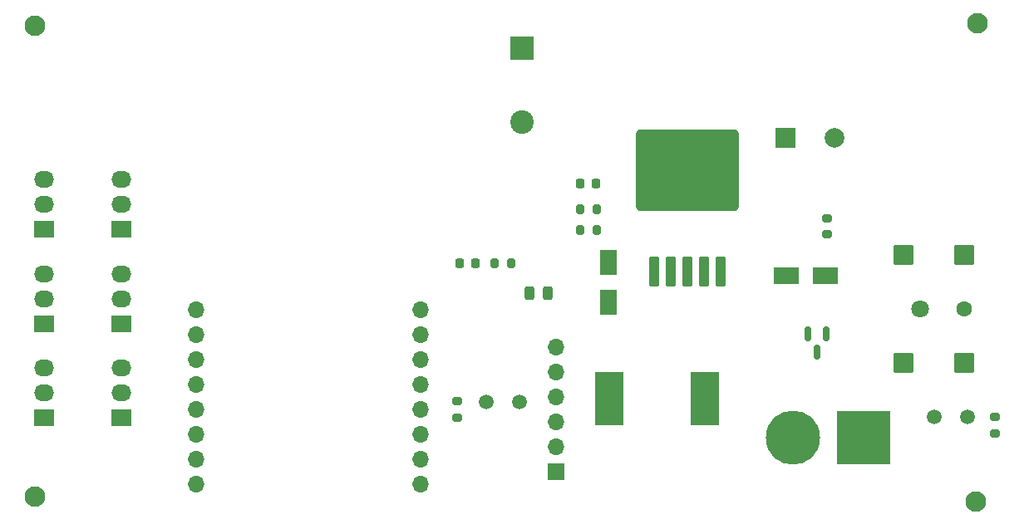
<source format=gts>
G04 #@! TF.GenerationSoftware,KiCad,Pcbnew,(6.0.1)*
G04 #@! TF.CreationDate,2022-04-16T00:13:44-07:00*
G04 #@! TF.ProjectId,AnimatronicEyes,416e696d-6174-4726-9f6e-696345796573,rev?*
G04 #@! TF.SameCoordinates,Original*
G04 #@! TF.FileFunction,Soldermask,Top*
G04 #@! TF.FilePolarity,Negative*
%FSLAX46Y46*%
G04 Gerber Fmt 4.6, Leading zero omitted, Abs format (unit mm)*
G04 Created by KiCad (PCBNEW (6.0.1)) date 2022-04-16 00:13:44*
%MOMM*%
%LPD*%
G01*
G04 APERTURE LIST*
G04 Aperture macros list*
%AMRoundRect*
0 Rectangle with rounded corners*
0 $1 Rounding radius*
0 $2 $3 $4 $5 $6 $7 $8 $9 X,Y pos of 4 corners*
0 Add a 4 corners polygon primitive as box body*
4,1,4,$2,$3,$4,$5,$6,$7,$8,$9,$2,$3,0*
0 Add four circle primitives for the rounded corners*
1,1,$1+$1,$2,$3*
1,1,$1+$1,$4,$5*
1,1,$1+$1,$6,$7*
1,1,$1+$1,$8,$9*
0 Add four rect primitives between the rounded corners*
20,1,$1+$1,$2,$3,$4,$5,0*
20,1,$1+$1,$4,$5,$6,$7,0*
20,1,$1+$1,$6,$7,$8,$9,0*
20,1,$1+$1,$8,$9,$2,$3,0*%
G04 Aperture macros list end*
%ADD10C,2.100000*%
%ADD11R,1.800000X2.500000*%
%ADD12R,2.030000X1.730000*%
%ADD13O,2.030000X1.730000*%
%ADD14C,1.500000*%
%ADD15RoundRect,0.150000X-0.358000X-1.375000X0.358000X-1.375000X0.358000X1.375000X-0.358000X1.375000X0*%
%ADD16RoundRect,0.500000X-4.745000X-3.690000X4.745000X-3.690000X4.745000X3.690000X-4.745000X3.690000X0*%
%ADD17RoundRect,0.200000X0.200000X0.275000X-0.200000X0.275000X-0.200000X-0.275000X0.200000X-0.275000X0*%
%ADD18R,2.500000X1.800000*%
%ADD19RoundRect,0.150000X-0.150000X0.587500X-0.150000X-0.587500X0.150000X-0.587500X0.150000X0.587500X0*%
%ADD20C,1.800000*%
%ADD21C,1.600000*%
%ADD22RoundRect,0.100000X0.900000X0.900000X-0.900000X0.900000X-0.900000X-0.900000X0.900000X-0.900000X0*%
%ADD23RoundRect,0.225000X0.225000X0.250000X-0.225000X0.250000X-0.225000X-0.250000X0.225000X-0.250000X0*%
%ADD24RoundRect,0.200000X-0.200000X-0.275000X0.200000X-0.275000X0.200000X0.275000X-0.200000X0.275000X0*%
%ADD25RoundRect,0.200000X0.275000X-0.200000X0.275000X0.200000X-0.275000X0.200000X-0.275000X-0.200000X0*%
%ADD26R,2.400000X2.400000*%
%ADD27C,2.400000*%
%ADD28O,1.700000X1.700000*%
%ADD29R,5.516000X5.516000*%
%ADD30C,5.516000*%
%ADD31RoundRect,0.243750X0.243750X0.456250X-0.243750X0.456250X-0.243750X-0.456250X0.243750X-0.456250X0*%
%ADD32RoundRect,0.200000X-0.275000X0.200000X-0.275000X-0.200000X0.275000X-0.200000X0.275000X0.200000X0*%
%ADD33RoundRect,0.218750X-0.218750X-0.256250X0.218750X-0.256250X0.218750X0.256250X-0.218750X0.256250X0*%
%ADD34R,1.700000X1.700000*%
%ADD35R,2.900000X5.400000*%
%ADD36R,2.000000X2.000000*%
%ADD37C,2.000000*%
G04 APERTURE END LIST*
D10*
X79756000Y-46863000D03*
D11*
X138200000Y-75062500D03*
X138200000Y-71062500D03*
D12*
X88621000Y-77254000D03*
D13*
X88621000Y-74714000D03*
X88621000Y-72174000D03*
D14*
X171400000Y-86800000D03*
X174800000Y-86800000D03*
D15*
X142817000Y-71959000D03*
X144519000Y-71959000D03*
X146221000Y-71959000D03*
X147923000Y-71959000D03*
X149625000Y-71959000D03*
D16*
X146221000Y-61654000D03*
D14*
X129139000Y-85254000D03*
X125739000Y-85254000D03*
D12*
X88621000Y-86904000D03*
D13*
X88621000Y-84364000D03*
X88621000Y-81824000D03*
D17*
X128270000Y-71120000D03*
X126620000Y-71120000D03*
D18*
X156333500Y-72354000D03*
X160333500Y-72354000D03*
D19*
X160396000Y-78316500D03*
X158496000Y-78316500D03*
X159446000Y-80191500D03*
D20*
X169921000Y-75754000D03*
D21*
X174421000Y-75754000D03*
D22*
X174421000Y-81254000D03*
X168221000Y-81254000D03*
X174421000Y-70254000D03*
X168221000Y-70254000D03*
D23*
X136904000Y-62946000D03*
X135354000Y-62946000D03*
D24*
X135329000Y-67746000D03*
X136979000Y-67746000D03*
D12*
X80721000Y-77254000D03*
D13*
X80721000Y-74714000D03*
X80721000Y-72174000D03*
D25*
X160471000Y-68154000D03*
X160471000Y-66504000D03*
D17*
X137000000Y-65600000D03*
X135350000Y-65600000D03*
D26*
X129400000Y-49200000D03*
D27*
X129400000Y-56700000D03*
D28*
X96197000Y-75894000D03*
X96197000Y-78434000D03*
X96197000Y-80974000D03*
X96197000Y-83514000D03*
X96197000Y-86054000D03*
X96197000Y-88594000D03*
X96197000Y-91134000D03*
X96197000Y-93674000D03*
X119057000Y-75894000D03*
X119057000Y-78434000D03*
X119057000Y-80974000D03*
X119057000Y-83514000D03*
X119057000Y-86054000D03*
X119057000Y-88594000D03*
X119057000Y-91134000D03*
X119057000Y-93674000D03*
D29*
X164221000Y-88854000D03*
D30*
X157021000Y-88854000D03*
D31*
X132000000Y-74200000D03*
X130125000Y-74200000D03*
D32*
X122821000Y-85204000D03*
X122821000Y-86854000D03*
D10*
X175768000Y-46609000D03*
D33*
X123037500Y-71120000D03*
X124612500Y-71120000D03*
D12*
X88621000Y-67604000D03*
D13*
X88621000Y-65064000D03*
X88621000Y-62524000D03*
D12*
X80721000Y-86904000D03*
D13*
X80721000Y-84364000D03*
X80721000Y-81824000D03*
D10*
X175641000Y-95377000D03*
D34*
X132821000Y-92404000D03*
D28*
X132821000Y-89864000D03*
X132821000Y-87324000D03*
X132821000Y-84784000D03*
X132821000Y-82244000D03*
X132821000Y-79704000D03*
D32*
X177600000Y-86800000D03*
X177600000Y-88450000D03*
D12*
X80721000Y-67604000D03*
D13*
X80721000Y-65064000D03*
X80721000Y-62524000D03*
D35*
X148037000Y-84902000D03*
X138287000Y-84902000D03*
D10*
X79756000Y-94869000D03*
D36*
X156255323Y-58293000D03*
D37*
X161255323Y-58293000D03*
M02*

</source>
